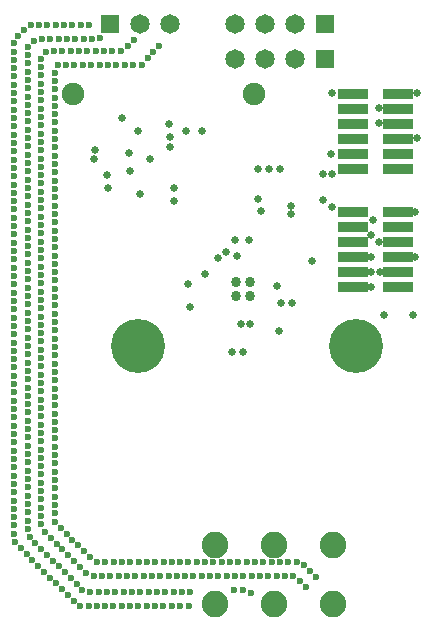
<source format=gbs>
G04*
G04 #@! TF.GenerationSoftware,Altium Limited,Altium Designer,20.0.9 (164)*
G04*
G04 Layer_Color=16711935*
%FSLAX25Y25*%
%MOIN*%
G70*
G01*
G75*
%ADD43C,0.07480*%
%ADD44C,0.06496*%
%ADD45R,0.06496X0.06496*%
%ADD46C,0.08858*%
%ADD47C,0.18012*%
%ADD48C,0.02559*%
%ADD49C,0.02362*%
%ADD61R,0.10039X0.03583*%
%ADD62C,0.03398*%
D43*
X248524Y276870D02*
D03*
X188189Y276969D02*
D03*
D44*
X220728Y300197D02*
D03*
X210728D02*
D03*
X262126D02*
D03*
X252126D02*
D03*
X242126D02*
D03*
X262126Y288779D02*
D03*
X252126D02*
D03*
X242126D02*
D03*
D45*
X200728Y300197D02*
D03*
X272126D02*
D03*
Y288779D02*
D03*
D46*
X274803Y107087D02*
D03*
X255118D02*
D03*
X235433D02*
D03*
X274803Y126772D02*
D03*
X255118D02*
D03*
X235433D02*
D03*
D47*
X282677Y192913D02*
D03*
X209842D02*
D03*
D48*
X274424Y277151D02*
D03*
X274311Y256988D02*
D03*
X287572Y230118D02*
D03*
Y222638D02*
D03*
Y212647D02*
D03*
Y217717D02*
D03*
X290592Y217702D02*
D03*
X302400Y222569D02*
D03*
X302264Y237697D02*
D03*
X267913Y221358D02*
D03*
X242815Y223130D02*
D03*
X242235Y228435D02*
D03*
X246865D02*
D03*
X239370Y224213D02*
D03*
X236713Y222342D02*
D03*
X256988Y197835D02*
D03*
X232283Y217126D02*
D03*
X288090Y234842D02*
D03*
X274667Y239446D02*
D03*
X271719Y241532D02*
D03*
X290256Y272244D02*
D03*
X303051Y277264D02*
D03*
X292008Y203299D02*
D03*
X301673Y203445D02*
D03*
X290256Y267224D02*
D03*
Y227659D02*
D03*
X303051Y262303D02*
D03*
X213779Y255315D02*
D03*
X244227Y200275D02*
D03*
X247215Y200295D02*
D03*
X241240Y190847D02*
D03*
X244783D02*
D03*
X261122Y207283D02*
D03*
X226619Y213510D02*
D03*
X256406Y212953D02*
D03*
X257579Y207283D02*
D03*
X227384Y206063D02*
D03*
X220499Y259143D02*
D03*
X249902Y242126D02*
D03*
X250787Y237992D02*
D03*
X260925Y236811D02*
D03*
Y239567D02*
D03*
X271588Y250263D02*
D03*
X274606Y250354D02*
D03*
X231102Y264665D02*
D03*
X225886D02*
D03*
X199705Y249902D02*
D03*
X221850Y241437D02*
D03*
Y245472D02*
D03*
X195374Y255315D02*
D03*
X195472Y258465D02*
D03*
X210728Y243602D02*
D03*
X206890Y257382D02*
D03*
X207087Y251279D02*
D03*
X199902Y245768D02*
D03*
X220498Y262601D02*
D03*
X220374Y267028D02*
D03*
X209842Y264665D02*
D03*
X257382Y251969D02*
D03*
X253642D02*
D03*
X249902D02*
D03*
X204429Y268817D02*
D03*
D49*
X197343Y295472D02*
D03*
X204331Y291437D02*
D03*
X206693Y293012D02*
D03*
X208653Y294972D02*
D03*
X217010Y292994D02*
D03*
X215050Y291035D02*
D03*
X213090Y289075D02*
D03*
X211154Y286713D02*
D03*
X208382D02*
D03*
X205610D02*
D03*
X202689D02*
D03*
X199917D02*
D03*
X197146D02*
D03*
X201311Y291437D02*
D03*
X198539D02*
D03*
X195768D02*
D03*
X247638Y110630D02*
D03*
X226870Y106201D02*
D03*
X244980Y111516D02*
D03*
X242028D02*
D03*
X192973Y291424D02*
D03*
X190201D02*
D03*
X187429D02*
D03*
X184658D02*
D03*
X181886D02*
D03*
X179144Y291018D02*
D03*
X177594Y288721D02*
D03*
X177572Y285949D02*
D03*
Y283177D02*
D03*
Y280406D02*
D03*
Y277634D02*
D03*
Y274863D02*
D03*
Y272091D02*
D03*
Y269319D02*
D03*
Y266548D02*
D03*
Y263776D02*
D03*
Y261004D02*
D03*
Y258233D02*
D03*
Y255461D02*
D03*
Y252689D02*
D03*
Y249918D02*
D03*
Y247146D02*
D03*
Y244374D02*
D03*
Y241603D02*
D03*
Y238831D02*
D03*
Y236059D02*
D03*
Y233288D02*
D03*
Y230516D02*
D03*
Y227745D02*
D03*
Y224973D02*
D03*
Y222201D02*
D03*
Y219430D02*
D03*
Y216658D02*
D03*
Y213886D02*
D03*
Y211115D02*
D03*
Y208343D02*
D03*
Y205571D02*
D03*
Y202800D02*
D03*
Y200028D02*
D03*
Y197256D02*
D03*
Y194485D02*
D03*
Y191713D02*
D03*
Y188941D02*
D03*
Y186170D02*
D03*
Y183398D02*
D03*
Y180626D02*
D03*
Y177855D02*
D03*
Y175083D02*
D03*
Y172311D02*
D03*
Y169540D02*
D03*
Y166768D02*
D03*
Y163997D02*
D03*
Y161225D02*
D03*
Y158453D02*
D03*
Y155682D02*
D03*
Y152910D02*
D03*
Y150138D02*
D03*
Y147367D02*
D03*
Y144595D02*
D03*
Y141823D02*
D03*
Y139052D02*
D03*
Y136280D02*
D03*
Y133508D02*
D03*
X178829Y131038D02*
D03*
X180789Y129078D02*
D03*
X182749Y127118D02*
D03*
X184709Y125159D02*
D03*
X186669Y123199D02*
D03*
X188628Y121239D02*
D03*
X190588Y119279D02*
D03*
X192548Y117319D02*
D03*
X195145Y116352D02*
D03*
X197917D02*
D03*
X200689D02*
D03*
X203460D02*
D03*
X206232D02*
D03*
X209004D02*
D03*
X211775D02*
D03*
X214547D02*
D03*
X217319D02*
D03*
X220090D02*
D03*
X222862D02*
D03*
X225634D02*
D03*
X228405D02*
D03*
X231177D02*
D03*
X233948D02*
D03*
X236720D02*
D03*
X239492D02*
D03*
X242264D02*
D03*
X245035D02*
D03*
X247807D02*
D03*
X250578D02*
D03*
X253350D02*
D03*
X256122D02*
D03*
X258893D02*
D03*
X261665D02*
D03*
X263881Y114687D02*
D03*
X265841Y112727D02*
D03*
X269211Y116001D02*
D03*
X267251Y117961D02*
D03*
X265291Y119920D02*
D03*
X262760Y121050D02*
D03*
X259988D02*
D03*
X257217D02*
D03*
X254445D02*
D03*
X251673D02*
D03*
X248902D02*
D03*
X246130D02*
D03*
X243358D02*
D03*
X240587D02*
D03*
X237815D02*
D03*
X235044D02*
D03*
X232272D02*
D03*
X229500D02*
D03*
X226729D02*
D03*
X223957D02*
D03*
X221185D02*
D03*
X218414D02*
D03*
X215642D02*
D03*
X212870D02*
D03*
X210099D02*
D03*
X207327D02*
D03*
X204555D02*
D03*
X201784D02*
D03*
X199012D02*
D03*
X196240D02*
D03*
X193930Y122581D02*
D03*
X191970Y124541D02*
D03*
X190010Y126500D02*
D03*
X188050Y128460D02*
D03*
X186091Y130420D02*
D03*
X184131Y132380D02*
D03*
X182270Y134434D02*
D03*
Y137206D02*
D03*
Y139978D02*
D03*
Y142749D02*
D03*
Y145521D02*
D03*
Y148293D02*
D03*
Y151064D02*
D03*
Y153836D02*
D03*
Y156607D02*
D03*
Y159379D02*
D03*
Y162151D02*
D03*
Y164922D02*
D03*
Y167694D02*
D03*
Y170466D02*
D03*
Y173237D02*
D03*
Y176009D02*
D03*
Y178781D02*
D03*
Y181552D02*
D03*
Y184324D02*
D03*
Y187096D02*
D03*
Y189867D02*
D03*
Y192639D02*
D03*
Y195411D02*
D03*
Y198182D02*
D03*
Y200954D02*
D03*
Y203726D02*
D03*
Y206497D02*
D03*
Y209269D02*
D03*
Y212040D02*
D03*
Y214812D02*
D03*
Y217584D02*
D03*
Y220356D02*
D03*
Y223127D02*
D03*
Y225899D02*
D03*
Y228670D02*
D03*
Y231442D02*
D03*
Y234214D02*
D03*
Y236985D02*
D03*
Y239757D02*
D03*
Y242529D02*
D03*
Y245300D02*
D03*
Y248072D02*
D03*
Y250844D02*
D03*
Y253615D02*
D03*
Y256387D02*
D03*
Y259159D02*
D03*
Y261930D02*
D03*
Y264702D02*
D03*
Y267474D02*
D03*
Y270245D02*
D03*
Y273017D02*
D03*
Y275788D02*
D03*
Y278560D02*
D03*
Y281332D02*
D03*
Y284103D02*
D03*
X183167Y286726D02*
D03*
X185939D02*
D03*
X188711D02*
D03*
X191482D02*
D03*
X194254D02*
D03*
X193576Y300085D02*
D03*
X190805D02*
D03*
X188033D02*
D03*
X185261D02*
D03*
X182490D02*
D03*
X179718D02*
D03*
X176946D02*
D03*
X174178Y299941D02*
D03*
X172032Y298188D02*
D03*
X170072Y296228D02*
D03*
X168558Y293906D02*
D03*
X168517Y291135D02*
D03*
Y288363D02*
D03*
Y285592D02*
D03*
Y282820D02*
D03*
Y280048D02*
D03*
Y277277D02*
D03*
Y274505D02*
D03*
Y271733D02*
D03*
Y268962D02*
D03*
Y266190D02*
D03*
Y263419D02*
D03*
Y260647D02*
D03*
Y257875D02*
D03*
Y255104D02*
D03*
Y252332D02*
D03*
Y249560D02*
D03*
Y246789D02*
D03*
Y244017D02*
D03*
Y241245D02*
D03*
Y238474D02*
D03*
Y235702D02*
D03*
Y232930D02*
D03*
Y230159D02*
D03*
Y227387D02*
D03*
Y224615D02*
D03*
Y221844D02*
D03*
Y219072D02*
D03*
Y216301D02*
D03*
Y213529D02*
D03*
Y210757D02*
D03*
Y207985D02*
D03*
Y205214D02*
D03*
Y202442D02*
D03*
Y199671D02*
D03*
Y196899D02*
D03*
Y194127D02*
D03*
Y191356D02*
D03*
Y188584D02*
D03*
Y185812D02*
D03*
Y183041D02*
D03*
Y180269D02*
D03*
Y177497D02*
D03*
Y174726D02*
D03*
Y171954D02*
D03*
Y169182D02*
D03*
Y166411D02*
D03*
Y163639D02*
D03*
Y160868D02*
D03*
Y158096D02*
D03*
Y155324D02*
D03*
Y152552D02*
D03*
Y149781D02*
D03*
Y147009D02*
D03*
Y144238D02*
D03*
Y141466D02*
D03*
Y138694D02*
D03*
Y135923D02*
D03*
Y133151D02*
D03*
Y130379D02*
D03*
X168900Y127634D02*
D03*
X170783Y125600D02*
D03*
X172743Y123640D02*
D03*
X174703Y121680D02*
D03*
X176662Y119721D02*
D03*
X178622Y117761D02*
D03*
X180582Y115801D02*
D03*
X182542Y113841D02*
D03*
X184502Y111881D02*
D03*
X186462Y109921D02*
D03*
X188421Y107961D02*
D03*
X190649Y106312D02*
D03*
X193419Y106214D02*
D03*
X196191D02*
D03*
X198962D02*
D03*
X201734D02*
D03*
X204505D02*
D03*
X207277D02*
D03*
X210049D02*
D03*
X212820D02*
D03*
X215592D02*
D03*
X218364D02*
D03*
X221135D02*
D03*
X223907D02*
D03*
X227313Y110912D02*
D03*
X224541D02*
D03*
X221769D02*
D03*
X218998D02*
D03*
X216226D02*
D03*
X213455D02*
D03*
X210683D02*
D03*
X207911D02*
D03*
X205139D02*
D03*
X202368D02*
D03*
X199596D02*
D03*
X196825D02*
D03*
X194053D02*
D03*
X191380Y111646D02*
D03*
X189420Y113606D02*
D03*
X187461Y115566D02*
D03*
X185501Y117526D02*
D03*
X183541Y119486D02*
D03*
X181581Y121446D02*
D03*
X179621Y123405D02*
D03*
X177661Y125365D02*
D03*
X175701Y127325D02*
D03*
X173742Y129285D02*
D03*
X173215Y132006D02*
D03*
Y134778D02*
D03*
Y137549D02*
D03*
Y140321D02*
D03*
Y143093D02*
D03*
Y145864D02*
D03*
Y148636D02*
D03*
Y151408D02*
D03*
Y154179D02*
D03*
Y156951D02*
D03*
Y159723D02*
D03*
Y162494D02*
D03*
Y165266D02*
D03*
Y168038D02*
D03*
Y170809D02*
D03*
Y173581D02*
D03*
Y176353D02*
D03*
Y179124D02*
D03*
Y181896D02*
D03*
Y184668D02*
D03*
Y187439D02*
D03*
Y190211D02*
D03*
Y192982D02*
D03*
Y195754D02*
D03*
Y198526D02*
D03*
Y201297D02*
D03*
Y204069D02*
D03*
Y206841D02*
D03*
Y209612D02*
D03*
Y212384D02*
D03*
Y215156D02*
D03*
Y217927D02*
D03*
Y220699D02*
D03*
Y223471D02*
D03*
Y226242D02*
D03*
Y229014D02*
D03*
Y231785D02*
D03*
Y234557D02*
D03*
Y237329D02*
D03*
Y240101D02*
D03*
Y242872D02*
D03*
Y245644D02*
D03*
Y248415D02*
D03*
Y251187D02*
D03*
Y253959D02*
D03*
Y256730D02*
D03*
Y259502D02*
D03*
Y262274D02*
D03*
Y265045D02*
D03*
Y267817D02*
D03*
Y270589D02*
D03*
Y273360D02*
D03*
Y276132D02*
D03*
Y278904D02*
D03*
Y281675D02*
D03*
Y284447D02*
D03*
Y287218D02*
D03*
Y289990D02*
D03*
X173249Y292762D02*
D03*
X175209Y294722D02*
D03*
X177899Y295387D02*
D03*
X180671D02*
D03*
X183442D02*
D03*
X186214D02*
D03*
X188986D02*
D03*
X191757D02*
D03*
X194529D02*
D03*
D61*
X281673Y252067D02*
D03*
X296673D02*
D03*
X281673Y257067D02*
D03*
X296673D02*
D03*
X281673Y262067D02*
D03*
X296673D02*
D03*
X281673Y267067D02*
D03*
X296673D02*
D03*
X281673Y272067D02*
D03*
X296673D02*
D03*
X281673Y277067D02*
D03*
X296673D02*
D03*
X281673Y212697D02*
D03*
X296673D02*
D03*
X281673Y217697D02*
D03*
X296673D02*
D03*
X281673Y222697D02*
D03*
X296673D02*
D03*
X281673Y227697D02*
D03*
X296673D02*
D03*
X281673Y232697D02*
D03*
X296673D02*
D03*
X281673Y237697D02*
D03*
X296673D02*
D03*
D62*
X247146Y209547D02*
D03*
X242421Y209547D02*
D03*
X247146Y214272D02*
D03*
X242421D02*
D03*
M02*

</source>
